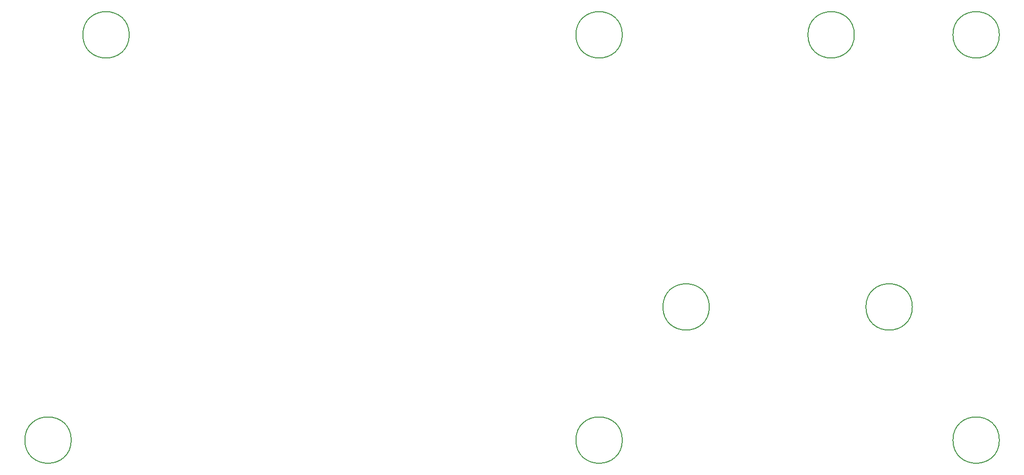
<source format=gbr>
%TF.GenerationSoftware,KiCad,Pcbnew,8.0.3*%
%TF.CreationDate,2024-08-04T18:58:25-04:00*%
%TF.ProjectId,UMTK,554d544b-2e6b-4696-9361-645f70636258,rev?*%
%TF.SameCoordinates,Original*%
%TF.FileFunction,Other,Comment*%
%FSLAX46Y46*%
G04 Gerber Fmt 4.6, Leading zero omitted, Abs format (unit mm)*
G04 Created by KiCad (PCBNEW 8.0.3) date 2024-08-04 18:58:25*
%MOMM*%
%LPD*%
G01*
G04 APERTURE LIST*
%ADD10C,0.150000*%
G04 APERTURE END LIST*
D10*
%TO.C,H7*%
X174000000Y-72000000D02*
G75*
G02*
X166000000Y-72000000I-4000000J0D01*
G01*
X166000000Y-72000000D02*
G75*
G02*
X174000000Y-72000000I4000000J0D01*
G01*
%TO.C,H6*%
X124000000Y-95000000D02*
G75*
G02*
X116000000Y-95000000I-4000000J0D01*
G01*
X116000000Y-95000000D02*
G75*
G02*
X124000000Y-95000000I4000000J0D01*
G01*
%TO.C,H8*%
X139000000Y-72000000D02*
G75*
G02*
X131000000Y-72000000I-4000000J0D01*
G01*
X131000000Y-72000000D02*
G75*
G02*
X139000000Y-72000000I4000000J0D01*
G01*
%TO.C,H5*%
X189000000Y-95000000D02*
G75*
G02*
X181000000Y-95000000I-4000000J0D01*
G01*
X181000000Y-95000000D02*
G75*
G02*
X189000000Y-95000000I4000000J0D01*
G01*
%TO.C,H2*%
X29000000Y-95000000D02*
G75*
G02*
X21000000Y-95000000I-4000000J0D01*
G01*
X21000000Y-95000000D02*
G75*
G02*
X29000000Y-95000000I4000000J0D01*
G01*
%TO.C,H1*%
X39000000Y-25000000D02*
G75*
G02*
X31000000Y-25000000I-4000000J0D01*
G01*
X31000000Y-25000000D02*
G75*
G02*
X39000000Y-25000000I4000000J0D01*
G01*
%TO.C,H9*%
X164000000Y-25000000D02*
G75*
G02*
X156000000Y-25000000I-4000000J0D01*
G01*
X156000000Y-25000000D02*
G75*
G02*
X164000000Y-25000000I4000000J0D01*
G01*
%TO.C,H3*%
X189000000Y-25000000D02*
G75*
G02*
X181000000Y-25000000I-4000000J0D01*
G01*
X181000000Y-25000000D02*
G75*
G02*
X189000000Y-25000000I4000000J0D01*
G01*
%TO.C,H4*%
X124000000Y-25000000D02*
G75*
G02*
X116000000Y-25000000I-4000000J0D01*
G01*
X116000000Y-25000000D02*
G75*
G02*
X124000000Y-25000000I4000000J0D01*
G01*
%TD*%
M02*

</source>
